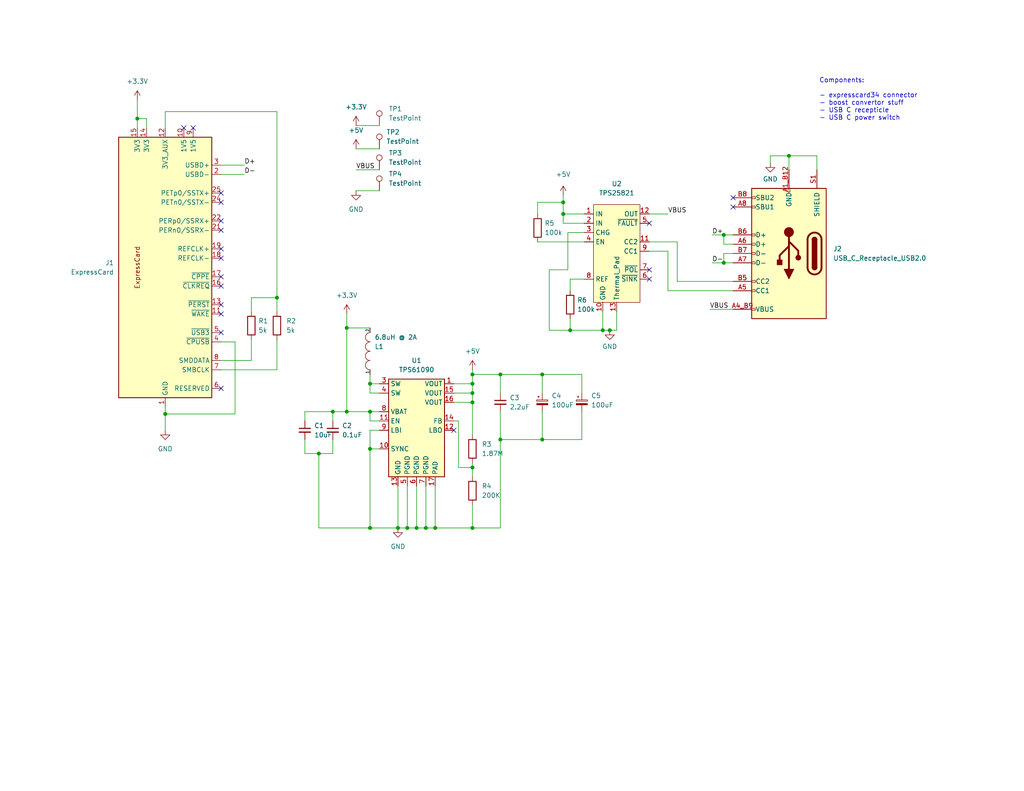
<source format=kicad_sch>
(kicad_sch (version 20211123) (generator eeschema)
  (paper "USLetter")
  (title_block (title "ExpressCard to USB-C") (rev "R1"))
  (lib_symbols
    (symbol "Connector:ExpressCard"
      (property "Reference" "J" (at 11.43 36.83 0))
      (property "Value" "ExpressCard" (at 7.62 -36.83 0))
      (symbol "ExpressCard_0_0"
        (text "ExpressCard" (at -7.62 0 900) (effects (font (size 1.27 1.27))))
      )
      (symbol "ExpressCard_0_1"
        (rectangle (start -12.7 35.56) (end 12.7 -35.56) (stroke (width 0.254)) (fill (type background)))
      )
      (symbol "ExpressCard_1_1"
        (pin power_out line (at 0 -38.1 90) (length 2.54) (name "GND") (number "1"))
        (pin power_out line (at 5.08 38.1 270) (length 2.54) (name "1V5") (number "10"))
        (pin input line (at 15.24 -12.7 180) (length 2.54) (name "~{WAKE}") (number "11"))
        (pin power_out line (at 0 38.1 270) (length 2.54) (name "3V3_AUX") (number "12"))
        (pin output line (at 15.24 -10.16 180) (length 2.54) (name "~{PERST}") (number "13"))
        (pin power_out line (at -5.08 38.1 270) (length 2.54) (name "3V3") (number "14"))
        (pin power_out line (at -7.62 38.1 270) (length 2.54) (name "3V3") (number "15"))
        (pin input line (at 15.24 -5.08 180) (length 2.54) (name "~{CLKREQ}") (number "16"))
        (pin input line (at 15.24 -2.54 180) (length 2.54) (name "~{CPPE}") (number "17"))
        (pin output line (at 15.24 2.54 180) (length 2.54) (name "REFCLK-") (number "18"))
        (pin output line (at 15.24 5.08 180) (length 2.54) (name "REFCLK+") (number "19"))
        (pin bidirectional line (at 15.24 25.4 180) (length 2.54) (name "USBD-") (number "2"))
        (pin passive line (at 0 -38.1 90) (length 2.54) hide (name "GND") (number "20"))
        (pin input line (at 15.24 10.16 180) (length 2.54) (name "PERn0/SSRX-") (number "21"))
        (pin input line (at 15.24 12.7 180) (length 2.54) (name "PERp0/SSRX+") (number "22"))
        (pin passive line (at 0 -38.1 90) (length 2.54) hide (name "GND") (number "23"))
        (pin output line (at 15.24 17.78 180) (length 2.54) (name "PETn0/SSTX-") (number "24"))
        (pin output line (at 15.24 20.32 180) (length 2.54) (name "PETp0/SSTX+") (number "25"))
        (pin passive line (at 0 -38.1 90) (length 2.54) hide (name "GND") (number "26"))
        (pin bidirectional line (at 15.24 27.94 180) (length 2.54) (name "USBD+") (number "3"))
        (pin input line (at 15.24 -20.32 180) (length 2.54) (name "~{CPUSB}") (number "4"))
        (pin bidirectional line (at 15.24 -17.78 180) (length 2.54) (name "~{USB3}") (number "5"))
        (pin passive line (at 15.24 -33.02 180) (length 2.54) (name "RESERVED") (number "6"))
        (pin output line (at 15.24 -27.94 180) (length 2.54) (name "SMBCLK") (number "7"))
        (pin bidirectional line (at 15.24 -25.4 180) (length 2.54) (name "SMDDATA") (number "8"))
        (pin power_out line (at 7.62 38.1 270) (length 2.54) (name "1V5") (number "9"))
      )
    )
    (symbol "Connector:TestPoint" (pin_numbers hide) (pin_names (offset 0.762) hide)
      (property "Reference" "TP" (at 0 6.858 0))
      (property "Value" "TestPoint" (at 0 5.08 0))
      (symbol "TestPoint_0_1"
        (circle (center 0 3.302) (radius 0.762))
      )
      (symbol "TestPoint_1_1"
        (pin passive line (at 0 0 90) (length 2.54) (name "1") (number "1"))
      )
    )
    (symbol "Connector:USB_C_Receptacle_USB2.0" (pin_names (offset 1.016))
      (property "Reference" "J2" (at -12.065 -1.2701 0))
      (property "Value" "USB_C_Receptacle_USB2.0" (at -12.065 1.2699 0))
      (symbol "USB_C_Receptacle_USB2.0_0_0"
        (rectangle (start -0.254 -17.78) (end 0.254 -16.764))
        (rectangle (start 10.16 -14.986) (end 9.144 -15.494))
        (rectangle (start 10.16 -12.446) (end 9.144 -12.954))
        (rectangle (start 10.16 -4.826) (end 9.144 -5.334))
        (rectangle (start 10.16 -2.286) (end 9.144 -2.794))
        (rectangle (start 10.16 0.254) (end 9.144 -0.254))
        (rectangle (start 10.16 2.794) (end 9.144 2.286))
        (rectangle (start 10.16 7.874) (end 9.144 7.366))
        (rectangle (start 10.16 10.414) (end 9.144 9.906))
        (rectangle (start 10.16 15.494) (end 9.144 14.986))
      )
      (symbol "USB_C_Receptacle_USB2.0_0_1"
        (rectangle (start -10.16 17.78) (end 10.16 -17.78) (stroke (width 0.254)) (fill (type background)))
        (arc (start -8.89 -3.81) (mid -6.985 -5.715) (end -5.08 -3.81) (stroke (width 0.508)))
        (arc (start -7.62 -3.81) (mid -6.985 -4.445) (end -6.35 -3.81) (stroke (width 0.254)))
        (arc (start -7.62 -3.81) (mid -6.985 -4.445) (end -6.35 -3.81) (stroke (width 0.254)) (fill (type outline)))
        (rectangle (start -7.62 -3.81) (end -6.35 3.81) (stroke (width 0.254)) (fill (type outline)))
        (arc (start -6.35 3.81) (mid -6.985 4.445) (end -7.62 3.81) (stroke (width 0.254)))
        (arc (start -6.35 3.81) (mid -6.985 4.445) (end -7.62 3.81) (stroke (width 0.254)) (fill (type outline)))
        (arc (start -5.08 3.81) (mid -6.985 5.715) (end -8.89 3.81) (stroke (width 0.508)))
        (circle (center -2.54 1.143) (radius 0.635) (stroke (width 0.254)) (fill (type outline)))
        (circle (center 0 -5.842) (radius 1.27) (fill (type outline)))
        (polyline (pts (xy -8.89 -3.81) (xy -8.89 3.81)) (stroke (width 0.508)))
        (polyline (pts (xy -5.08 3.81) (xy -5.08 -3.81)) (stroke (width 0.508)))
        (polyline (pts (xy 0 -5.842) (xy 0 4.318)) (stroke (width 0.508)))
        (polyline (pts (xy 0 -3.302) (xy -2.54 -0.762) (xy -2.54 0.508)) (stroke (width 0.508)))
        (polyline (pts (xy 0 -2.032) (xy 2.54 0.508) (xy 2.54 1.778)) (stroke (width 0.508)))
        (polyline (pts (xy -1.27 4.318) (xy 0 6.858) (xy 1.27 4.318) (xy -1.27 4.318)) (stroke (width 0.254)) (fill (type outline)))
        (rectangle (start 1.905 1.778) (end 3.175 3.048) (stroke (width 0.254)) (fill (type outline)))
      )
      (symbol "USB_C_Receptacle_USB2.0_1_1"
        (pin passive line (at 0 -22.86 90) (length 5.08) (name "GND") (number "A1_B12"))
        (pin passive line (at 15.24 15.24 180) (length 5.08) (name "VBUS") (number "A4_B9"))
        (pin bidirectional line (at 15.24 10.16 180) (length 5.08) (name "CC1") (number "A5"))
        (pin bidirectional line (at 15.24 -2.54 180) (length 5.08) (name "D+") (number "A6"))
        (pin bidirectional line (at 15.24 2.54 180) (length 5.08) (name "D-") (number "A7"))
        (pin bidirectional line (at 15.24 -12.7 180) (length 5.08) (name "SBU1") (number "A8"))
        (pin passive line (at 0 -22.86 90) (length 5.08) hide (name "GND") (number "B1_A12"))
        (pin passive line (at 15.24 15.24 180) (length 5.08) hide (name "VBUS") (number "B4_A9"))
        (pin bidirectional line (at 15.24 7.62 180) (length 5.08) (name "CC2") (number "B5"))
        (pin bidirectional line (at 15.24 -5.08 180) (length 5.08) (name "D+") (number "B6"))
        (pin bidirectional line (at 15.24 0 180) (length 5.08) (name "D-") (number "B7"))
        (pin bidirectional line (at 15.24 -15.24 180) (length 5.08) (name "SBU2") (number "B8"))
        (pin passive line (at -7.62 -22.86 90) (length 5.08) (name "SHIELD") (number "S1"))
      )
    )
    (symbol "Device:C_Polarized_Small" (pin_numbers hide) (pin_names (offset 0.254) hide)
      (property "Reference" "C" (at 0.254 1.778 0))
      (property "Value" "C_Polarized_Small" (at 0.254 -2.032 0))
      (symbol "C_Polarized_Small_0_1"
        (rectangle (start -1.524 -0.3048) (end 1.524 -0.6858) (fill (type outline)))
        (rectangle (start -1.524 0.6858) (end 1.524 0.3048))
        (polyline (pts (xy -1.27 1.524) (xy -0.762 1.524)))
        (polyline (pts (xy -1.016 1.27) (xy -1.016 1.778)))
      )
      (symbol "C_Polarized_Small_1_1"
        (pin passive line (at 0 2.54 270) (length 1.8542) (name "~") (number "1"))
        (pin passive line (at 0 -2.54 90) (length 1.8542) (name "~") (number "2"))
      )
    )
    (symbol "Device:C_Small" (pin_numbers hide) (pin_names (offset 0.254) hide)
      (property "Reference" "C" (at 0.254 1.778 0))
      (property "Value" "C_Small" (at 0.254 -2.032 0))
      (symbol "C_Small_0_1"
        (polyline (pts (xy -1.524 -0.508) (xy 1.524 -0.508)) (stroke (width 0.3302)))
        (polyline (pts (xy -1.524 0.508) (xy 1.524 0.508)) (stroke (width 0.3048)))
      )
      (symbol "C_Small_1_1"
        (pin passive line (at 0 2.54 270) (length 2.032) (name "~") (number "1"))
        (pin passive line (at 0 -2.54 90) (length 2.032) (name "~") (number "2"))
      )
    )
    (symbol "Device:R" (pin_numbers hide) (pin_names (offset 0))
      (property "Reference" "R" (at 2.032 0 90))
      (property "Value" "R" (at 0 0 90))
      (symbol "R_0_1"
        (rectangle (start -1.016 -2.54) (end 1.016 2.54) (stroke (width 0.254)))
      )
      (symbol "R_1_1"
        (pin passive line (at 0 3.81 270) (length 1.27) (name "~") (number "1"))
        (pin passive line (at 0 -3.81 90) (length 1.27) (name "~") (number "2"))
      )
    )
    (symbol "Regulator_Switching:TPS61090"
      (property "Reference" "U" (at -7.62 15.24 0))
      (property "Value" "TPS61090" (at 1.27 15.24 0))
      (symbol "TPS61090_0_0"
        (pin power_out line (at 10.16 12.7 180) (length 2.54) (name "VOUT") (number "1"))
        (pin input line (at -10.16 -5.08 0) (length 2.54) (name "SYNC") (number "10"))
        (pin input line (at -10.16 2.54 0) (length 2.54) (name "EN") (number "11"))
        (pin open_collector line (at 10.16 0 180) (length 2.54) (name "LBO") (number "12"))
        (pin power_in line (at -5.08 -15.24 90) (length 2.54) (name "GND") (number "13"))
        (pin input line (at 10.16 2.54 180) (length 2.54) (name "FB") (number "14"))
        (pin passive line (at 10.16 10.16 180) (length 2.54) (name "VOUT") (number "15"))
        (pin passive line (at 10.16 7.62 180) (length 2.54) (name "VOUT") (number "16"))
        (pin power_in line (at 5.08 -15.24 90) (length 2.54) (name "PAD") (number "17"))
        (pin no_connect line (at 10.16 -5.08 180) (length 2.54) hide (name "NC") (number "2"))
        (pin passive line (at -10.16 12.7 0) (length 2.54) (name "SW") (number "3"))
        (pin passive line (at -10.16 10.16 0) (length 2.54) (name "SW") (number "4"))
        (pin power_in line (at -2.54 -15.24 90) (length 2.54) (name "PGND") (number "5"))
        (pin power_in line (at 0 -15.24 90) (length 2.54) (name "PGND") (number "6"))
        (pin power_in line (at 2.54 -15.24 90) (length 2.54) (name "PGND") (number "7"))
        (pin power_in line (at -10.16 5.08 0) (length 2.54) (name "VBAT") (number "8"))
        (pin input line (at -10.16 0 0) (length 2.54) (name "LBI") (number "9"))
      )
      (symbol "TPS61090_0_1"
        (rectangle (start -7.62 13.97) (end 7.62 -12.7) (stroke (width 0.254)) (fill (type background)))
      )
    )
    (symbol "power:+3.3V" (power) (pin_names (offset 0))
      (property "Value" "+3.3V" (at 0 3.556 0))
      (symbol "+3.3V_0_1"
        (polyline (pts (xy -0.762 1.27) (xy 0 2.54)))
        (polyline (pts (xy 0 0) (xy 0 2.54)))
        (polyline (pts (xy 0 2.54) (xy 0.762 1.27)))
      )
      (symbol "+3.3V_1_1"
        (pin power_in line (at 0 0 90) (length 0) hide (name "+3.3V") (number "1"))
      )
    )
    (symbol "power:+5V" (power) (pin_names (offset 0))
      (property "Value" "+5V" (at 0 3.556 0))
      (symbol "+5V_0_1"
        (polyline (pts (xy -0.762 1.27) (xy 0 2.54)))
        (polyline (pts (xy 0 0) (xy 0 2.54)))
        (polyline (pts (xy 0 2.54) (xy 0.762 1.27)))
      )
      (symbol "+5V_1_1"
        (pin power_in line (at 0 0 90) (length 0) hide (name "+5V") (number "1"))
      )
    )
    (symbol "power:GND" (power) (pin_names (offset 0))
      (property "Value" "GND" (at 0 -3.81 0))
      (symbol "GND_0_1"
        (polyline (pts (xy 0 0) (xy 0 -1.27) (xy 1.27 -1.27) (xy 0 -2.54) (xy -1.27 -1.27) (xy 0 -1.27)))
      )
      (symbol "GND_1_1"
        (pin power_in line (at 0 0 270) (length 0) hide (name "GND") (number "1"))
      )
    )
    (symbol "pspice:INDUCTOR" (pin_numbers hide) (pin_names (offset 0))
      (property "Reference" "L" (at 0 2.54 0))
      (property "Value" "INDUCTOR" (at 0 -1.27 0))
      (symbol "INDUCTOR_0_1"
        (arc (start -2.54 0) (mid -3.81 1.27) (end -5.08 0))
        (arc (start 0 0) (mid -1.27 1.27) (end -2.54 0))
        (arc (start 2.54 0) (mid 1.27 1.27) (end 0 0))
        (arc (start 5.08 0) (mid 3.81 1.27) (end 2.54 0))
      )
      (symbol "INDUCTOR_1_1"
        (pin input line (at -6.35 0 0) (length 1.27) (name "1") (number "1"))
        (pin input line (at 6.35 0 180) (length 1.27) (name "2") (number "2"))
      )
    )
    (symbol "tahnok:TPS25821"
      (property "Reference" "U" (at 0 15.24 0))
      (property "Value" "TPS25821" (at 0 12.7 0))
      (symbol "TPS25821_0_1"
        (rectangle (start -6.35 11.43) (end 6.35 -15.24) (fill (type background)))
      )
      (symbol "TPS25821_1_1"
        (pin input line (at -8.89 8.89 0) (length 2.54) (name "IN") (number "1"))
        (pin input line (at -3.81 -17.78 90) (length 2.54) (name "GND") (number "10"))
        (pin bidirectional line (at 8.89 1.27 180) (length 2.54) (name "CC2") (number "11"))
        (pin output line (at 8.89 8.89 180) (length 2.54) (name "OUT") (number "12"))
        (pin input line (at 0 -17.78 90) (length 2.54) (name "Thermal_Pad") (number "13"))
        (pin input line (at -8.89 6.35 0) (length 2.54) (name "IN") (number "2"))
        (pin input line (at -8.89 3.81 0) (length 2.54) (name "CHG") (number "3"))
        (pin input line (at -8.89 1.27 0) (length 2.54) (name "EN") (number "4"))
        (pin output line (at 8.89 6.35 180) (length 2.54) (name "~{FAULT}") (number "5"))
        (pin output line (at 8.89 -8.89 180) (length 2.54) (name "~{SINK}") (number "6"))
        (pin output line (at 8.89 -6.35 180) (length 2.54) (name "~{POL}") (number "7"))
        (pin input line (at -8.89 -8.89 0) (length 2.54) (name "REF") (number "8"))
        (pin bidirectional line (at 8.89 -1.27 180) (length 2.54) (name "CC1") (number "9"))
      )
    )
  )
  (junction (at 45.085 113.03))
  (junction (at 197.485 71.755))
  (junction (at 136.525 120.015))
  (junction (at 128.905 107.315))
  (junction (at 166.37 90.17))
  (junction (at 90.805 112.395))
  (junction (at 153.67 58.42))
  (junction (at 128.905 109.855))
  (junction (at 100.965 122.555))
  (junction (at 118.745 144.145))
  (junction (at 215.265 42.545))
  (junction (at 37.465 32.385))
  (junction (at 86.995 123.825))
  (junction (at 197.485 64.135))
  (junction (at 147.955 120.015))
  (junction (at 128.905 127.635))
  (junction (at 100.965 104.775))
  (junction (at 94.615 89.535))
  (junction (at 128.905 104.775))
  (junction (at 164.465 90.17))
  (junction (at 94.615 112.395))
  (junction (at 136.525 102.235))
  (junction (at 100.965 112.395))
  (junction (at 75.565 81.28))
  (junction (at 128.905 144.145))
  (junction (at 116.205 144.145))
  (junction (at 155.575 90.17))
  (junction (at 153.67 55.245))
  (junction (at 128.905 102.235))
  (junction (at 100.965 144.145))
  (junction (at 108.585 144.145))
  (junction (at 111.125 144.145))
  (junction (at 147.955 102.235))
  (junction (at 113.665 144.145))
  (no_connect (at 60.325 70.485))
  (no_connect (at 60.325 67.945))
  (no_connect (at 60.325 85.725))
  (no_connect (at 60.325 106.045))
  (no_connect (at 60.325 90.805))
  (no_connect (at 60.325 62.865))
  (no_connect (at 200.025 53.975))
  (no_connect (at 60.325 55.245))
  (no_connect (at 60.325 78.105))
  (no_connect (at 60.325 60.325))
  (no_connect (at 60.325 83.185))
  (no_connect (at 177.165 73.66))
  (no_connect (at 60.325 75.565))
  (no_connect (at 123.825 117.475))
  (no_connect (at 50.165 34.925))
  (no_connect (at 200.025 56.515))
  (no_connect (at 177.165 60.96))
  (no_connect (at 177.165 76.2))
  (no_connect (at 52.705 34.925))
  (no_connect (at 60.325 52.705))
  (wire (pts (xy 177.165 58.42) (xy 182.245 58.42)))
  (wire (pts (xy 128.905 104.775) (xy 128.905 102.235)))
  (wire (pts (xy 37.465 32.385) (xy 40.005 32.385)))
  (wire (pts (xy 149.86 73.66) (xy 149.86 90.17)))
  (wire (pts (xy 90.805 112.395) (xy 90.805 114.935)))
  (wire (pts (xy 147.955 112.395) (xy 147.955 120.015)))
  (wire (pts (xy 64.135 113.03) (xy 45.085 113.03)))
  (wire (pts (xy 37.465 34.925) (xy 37.465 32.385)))
  (wire (pts (xy 200.025 69.215) (xy 197.485 69.215)))
  (wire (pts (xy 94.615 85.725) (xy 94.615 89.535)))
  (wire (pts (xy 193.675 84.455) (xy 200.025 84.455)))
  (wire (pts (xy 200.025 66.675) (xy 197.485 66.675)))
  (wire (pts (xy 103.505 107.315) (xy 100.965 107.315)))
  (wire (pts (xy 197.485 64.135) (xy 200.025 64.135)))
  (wire (pts (xy 60.325 100.965) (xy 75.565 100.965)))
  (wire (pts (xy 86.995 123.825) (xy 90.805 123.825)))
  (wire (pts (xy 97.155 34.29) (xy 103.505 34.29)))
  (wire (pts (xy 146.685 58.42) (xy 146.685 55.245)))
  (wire (pts (xy 128.905 107.315) (xy 128.905 104.775)))
  (wire (pts (xy 83.185 120.015) (xy 83.185 123.825)))
  (wire (pts (xy 45.085 30.48) (xy 75.565 30.48)))
  (wire (pts (xy 118.745 132.715) (xy 118.745 144.145)))
  (wire (pts (xy 147.955 120.015) (xy 136.525 120.015)))
  (wire (pts (xy 100.965 104.775) (xy 100.965 102.235)))
  (wire (pts (xy 103.505 104.775) (xy 100.965 104.775)))
  (wire (pts (xy 128.905 107.315) (xy 128.905 109.855)))
  (wire (pts (xy 68.58 81.28) (xy 75.565 81.28)))
  (wire (pts (xy 182.245 79.375) (xy 200.025 79.375)))
  (wire (pts (xy 215.265 42.545) (xy 222.885 42.545)))
  (wire (pts (xy 159.385 63.5) (xy 154.94 63.5)))
  (wire (pts (xy 103.505 117.475) (xy 100.965 117.475)))
  (wire (pts (xy 197.485 66.675) (xy 197.485 64.135)))
  (wire (pts (xy 116.205 144.145) (xy 113.665 144.145)))
  (wire (pts (xy 68.58 85.09) (xy 68.58 81.28)))
  (wire (pts (xy 164.465 85.09) (xy 164.465 90.17)))
  (wire (pts (xy 153.67 55.245) (xy 153.67 58.42)))
  (wire (pts (xy 159.385 60.96) (xy 153.67 60.96)))
  (wire (pts (xy 128.905 144.145) (xy 118.745 144.145)))
  (wire (pts (xy 136.525 112.395) (xy 136.525 120.015)))
  (wire (pts (xy 45.085 34.925) (xy 45.085 30.48)))
  (wire (pts (xy 153.67 53.34) (xy 153.67 55.245)))
  (wire (pts (xy 128.905 127.635) (xy 128.905 130.175)))
  (wire (pts (xy 60.325 93.345) (xy 64.135 93.345)))
  (wire (pts (xy 128.905 102.235) (xy 128.905 100.965)))
  (wire (pts (xy 215.265 42.545) (xy 210.185 42.545)))
  (wire (pts (xy 194.31 64.135) (xy 197.485 64.135)))
  (wire (pts (xy 146.685 55.245) (xy 153.67 55.245)))
  (wire (pts (xy 60.325 98.425) (xy 68.58 98.425)))
  (wire (pts (xy 184.785 66.04) (xy 184.785 76.835)))
  (wire (pts (xy 155.575 86.995) (xy 155.575 90.17)))
  (wire (pts (xy 177.165 68.58) (xy 182.245 68.58)))
  (wire (pts (xy 116.205 132.715) (xy 116.205 144.145)))
  (wire (pts (xy 90.805 123.825) (xy 90.805 120.015)))
  (wire (pts (xy 197.485 71.755) (xy 200.025 71.755)))
  (wire (pts (xy 194.31 71.755) (xy 197.485 71.755)))
  (wire (pts (xy 123.825 104.775) (xy 128.905 104.775)))
  (wire (pts (xy 86.995 123.825) (xy 86.995 144.145)))
  (wire (pts (xy 136.525 144.145) (xy 128.905 144.145)))
  (wire (pts (xy 97.155 52.07) (xy 103.505 52.07)))
  (wire (pts (xy 118.745 144.145) (xy 116.205 144.145)))
  (wire (pts (xy 94.615 112.395) (xy 100.965 112.395)))
  (wire (pts (xy 128.905 102.235) (xy 136.525 102.235)))
  (wire (pts (xy 182.245 68.58) (xy 182.245 79.375)))
  (wire (pts (xy 128.905 127.635) (xy 128.905 126.365)))
  (wire (pts (xy 75.565 30.48) (xy 75.565 81.28)))
  (wire (pts (xy 164.465 90.17) (xy 166.37 90.17)))
  (wire (pts (xy 45.085 113.03) (xy 45.085 117.475)))
  (wire (pts (xy 210.185 42.545) (xy 210.185 44.45)))
  (wire (pts (xy 100.965 114.935) (xy 100.965 112.395)))
  (wire (pts (xy 90.805 112.395) (xy 83.185 112.395)))
  (wire (pts (xy 100.965 117.475) (xy 100.965 122.555)))
  (wire (pts (xy 75.565 100.965) (xy 75.565 92.71)))
  (wire (pts (xy 113.665 144.145) (xy 111.125 144.145)))
  (wire (pts (xy 128.905 137.795) (xy 128.905 144.145)))
  (wire (pts (xy 177.165 66.04) (xy 184.785 66.04)))
  (wire (pts (xy 184.785 76.835) (xy 200.025 76.835)))
  (wire (pts (xy 153.67 60.96) (xy 153.67 58.42)))
  (wire (pts (xy 158.75 112.395) (xy 158.75 120.015)))
  (wire (pts (xy 123.825 114.935) (xy 125.095 114.935)))
  (wire (pts (xy 125.095 127.635) (xy 128.905 127.635)))
  (wire (pts (xy 100.965 144.145) (xy 108.585 144.145)))
  (wire (pts (xy 60.325 47.625) (xy 66.675 47.625)))
  (wire (pts (xy 153.67 58.42) (xy 159.385 58.42)))
  (wire (pts (xy 97.155 40.64) (xy 103.505 40.64)))
  (wire (pts (xy 100.965 122.555) (xy 100.965 144.145)))
  (wire (pts (xy 108.585 132.715) (xy 108.585 144.145)))
  (wire (pts (xy 159.385 76.2) (xy 155.575 76.2)))
  (wire (pts (xy 154.94 63.5) (xy 154.94 73.66)))
  (wire (pts (xy 75.565 81.28) (xy 75.565 85.09)))
  (wire (pts (xy 68.58 92.71) (xy 68.58 98.425)))
  (wire (pts (xy 123.825 109.855) (xy 128.905 109.855)))
  (wire (pts (xy 37.465 27.305) (xy 37.465 32.385)))
  (wire (pts (xy 149.86 90.17) (xy 155.575 90.17)))
  (wire (pts (xy 97.155 46.355) (xy 103.505 46.355)))
  (wire (pts (xy 125.095 114.935) (xy 125.095 127.635)))
  (wire (pts (xy 147.955 102.235) (xy 158.75 102.235)))
  (wire (pts (xy 111.125 132.715) (xy 111.125 144.145)))
  (wire (pts (xy 103.505 122.555) (xy 100.965 122.555)))
  (wire (pts (xy 146.685 66.04) (xy 159.385 66.04)))
  (wire (pts (xy 83.185 123.825) (xy 86.995 123.825)))
  (wire (pts (xy 154.94 73.66) (xy 149.86 73.66)))
  (wire (pts (xy 136.525 102.235) (xy 147.955 102.235)))
  (wire (pts (xy 155.575 76.2) (xy 155.575 79.375)))
  (wire (pts (xy 60.325 45.085) (xy 66.675 45.085)))
  (wire (pts (xy 222.885 46.355) (xy 222.885 42.545)))
  (wire (pts (xy 123.825 107.315) (xy 128.905 107.315)))
  (wire (pts (xy 147.955 102.235) (xy 147.955 107.315)))
  (wire (pts (xy 136.525 120.015) (xy 136.525 144.145)))
  (wire (pts (xy 128.905 109.855) (xy 128.905 118.745)))
  (wire (pts (xy 197.485 69.215) (xy 197.485 71.755)))
  (wire (pts (xy 168.275 90.17) (xy 168.275 85.09)))
  (wire (pts (xy 155.575 90.17) (xy 164.465 90.17)))
  (wire (pts (xy 100.965 89.535) (xy 94.615 89.535)))
  (wire (pts (xy 94.615 112.395) (xy 90.805 112.395)))
  (wire (pts (xy 166.37 90.17) (xy 168.275 90.17)))
  (wire (pts (xy 86.995 144.145) (xy 100.965 144.145)))
  (wire (pts (xy 100.965 107.315) (xy 100.965 104.775)))
  (wire (pts (xy 158.75 102.235) (xy 158.75 107.315)))
  (wire (pts (xy 136.525 102.235) (xy 136.525 107.315)))
  (wire (pts (xy 215.265 46.355) (xy 215.265 42.545)))
  (wire (pts (xy 113.665 132.715) (xy 113.665 144.145)))
  (wire (pts (xy 100.965 112.395) (xy 103.505 112.395)))
  (wire (pts (xy 45.085 111.125) (xy 45.085 113.03)))
  (wire (pts (xy 40.005 32.385) (xy 40.005 34.925)))
  (wire (pts (xy 64.135 93.345) (xy 64.135 113.03)))
  (wire (pts (xy 158.75 120.015) (xy 147.955 120.015)))
  (wire (pts (xy 94.615 89.535) (xy 94.615 112.395)))
  (wire (pts (xy 83.185 112.395) (xy 83.185 114.935)))
  (wire (pts (xy 111.125 144.145) (xy 108.585 144.145)))
  (wire (pts (xy 103.505 114.935) (xy 100.965 114.935)))
  (text "Components:\n\n- expresscard34 connector\n- boost convertor stuff\n- USB C recepticle\n- USB C power switch" (at 223.52 33.02 0) (effects (font (size 1.27 1.27)) (justify left bottom)))
  (label "VBUS" (at 182.245 58.42 0))
  (label "VBUS" (at 193.675 84.455 0))
  (label "D+" (at 66.675 45.085 0))
  (label "D-" (at 66.675 47.625 0))
  (label "VBUS" (at 97.155 46.355 0))
  (label "D+" (at 194.31 64.135 0))
  (label "D-" (at 194.31 71.755 0))
  (symbol (lib_id "Connector:ExpressCard") (at 45.085 73.025 0) (unit 1)
    (property "Reference" "J1" (at 31.115 71.7549 0) (effects (justify right)))
    (property "Value" "ExpressCard" (at 31.115 74.2949 0) (effects (justify right)))
    (property "Footprint" "tahnok:ExpressCard_easyeda" (effects hide))
    (property "Datasheet" "https://web.archive.org/web/20180809060653/http://www.usb.org/developers/expresscard/EC_specifications/ExpressCard_2_0_FINAL.pdf" (effects hide))
  )
  (symbol (lib_id "Connector:TestPoint") (at 103.505 46.355 0) (unit 1)
    (property "Reference" "TP3" (at 106.045 41.7829 0) (effects (justify left)))
    (property "Value" "TestPoint" (at 106.045 44.3229 0) (effects (justify left)))
    (property "Footprint" "TestPoint:TestPoint_Pad_D2.0mm" (effects hide))
  )
  (symbol (lib_id "tahnok:TPS25821") (at 168.275 67.31 0) (unit 1)
    (property "Reference" "U2" (at 168.275 50.165 0))
    (property "Value" "TPS25821" (at 168.275 52.705 0))
    (property "Footprint" "tahnok:TPS25821DSSR" (effects hide))
    (property "Datasheet" "https://www.ti.com/lit/ds/symlink/tps25821.pdf?HQS=dis-dk-null-digikeymode-dsf-pf-null-wwe&ts=1709082932230&ref_url=https%253A%252F%252Fwww.ti.com%252Fgeneral%252Fdocs%252Fsuppproductinfo.tsp%253FdistId%253D10%2526gotoUrl%253Dhttps%253A%252F%252Fwww.ti.com%252Flit%252Fgpn%252Ftps25821" (effects hide))
    (property "Digikey" "https://www.digikey.ca/en/products/detail/texas-instruments/TPS25821DSSR/8021095" (effects hide))
  )
  (symbol (lib_id "Connector:TestPoint") (at 103.505 52.07 0) (unit 1)
    (property "Reference" "TP4" (at 106.045 47.4979 0) (effects (justify left)))
    (property "Value" "TestPoint" (at 106.045 50.0379 0) (effects (justify left)))
    (property "Footprint" "TestPoint:TestPoint_Pad_D2.0mm" (effects hide))
  )
  (symbol (lib_id "power:GND") (at 97.155 52.07 0) (unit 1)
    (property "Reference" "#PWR0101" (effects hide))
    (property "Value" "GND" (at 97.155 57.15 0))
  )
  (symbol (lib_id "power:+3.3V") (at 37.465 27.305 0) (unit 1)
    (property "Reference" "#PWR01" (effects hide))
    (property "Value" "+3.3V" (at 37.465 22.225 0))
  )
  (symbol (lib_id "Device:C_Small") (at 136.525 109.855 0) (unit 1)
    (property "Reference" "C3" (at 139.065 108.5912 0) (effects (justify left)))
    (property "Value" "2.2uF" (at 139.065 111.1312 0) (effects (justify left)))
    (property "Footprint" "Capacitor_SMD:C_0603_1608Metric_Pad1.08x0.95mm_HandSolder" (effects hide))
    (property "Digikey" "https://www.digikey.ca/en/products/detail/samsung-electro-mechanics/CL10A225KO8NNNC/3886698" (effects hide))
  )
  (symbol (lib_id "Connector:USB_C_Receptacle_USB2.0") (at 215.265 69.215 180) (unit 1)
    (property "Reference" "J2" (at 227.33 67.9449 0) (effects (justify right)))
    (property "Value" "USB_C_Receptacle_USB2.0" (at 227.33 70.4849 0) (effects (justify right)))
    (property "Footprint" "tahnok:MOLEX_2169900003_usb_c" (effects hide))
    (property "Datasheet" "https://www.usb.org/sites/default/files/documents/usb_type-c.zip" (effects hide))
    (property "Digikey" "https://www.digikey.ca/en/products/detail/molex/2169900003/13913753" (effects hide))
  )
  (symbol (lib_id "power:+3.3V") (at 97.155 34.29 0) (unit 1)
    (property "Reference" "#PWR0102" (effects hide))
    (property "Value" "+3.3V" (at 97.155 29.21 0))
  )
  (symbol (lib_id "Device:C_Small") (at 83.185 117.475 0) (unit 1)
    (property "Reference" "C1" (at 85.725 116.2112 0) (effects (justify left)))
    (property "Value" "10uF" (at 85.725 118.7512 0) (effects (justify left)))
    (property "Footprint" "Capacitor_SMD:C_0603_1608Metric_Pad1.08x0.95mm_HandSolder" (effects hide))
    (property "Digikey" "https://www.digikey.ca/en/products/detail/samsung-electro-mechanics/CL10A106KQ8NNNC/3886696" (effects hide))
  )
  (symbol (lib_id "Regulator_Switching:TPS61090") (at 113.665 117.475 0) (unit 1)
    (property "Reference" "U1" (at 113.665 98.425 0))
    (property "Value" "TPS61090" (at 113.665 100.965 0))
    (property "Footprint" "Package_DFN_QFN:Texas_S-PVQFN-N16_EP2.7x2.7mm_ThermalVias" (effects hide))
    (property "Datasheet" "http://www.ti.com/lit/ds/symlink/tps61090.pdf" (effects hide))
    (property "Digikey" "https://www.digikey.ca/en/products/detail/texas-instruments/TPS61090RSAR/566911" (effects hide))
  )
  (symbol (lib_id "power:+5V") (at 153.67 53.34 0) (unit 1)
    (property "Reference" "#PWR06" (effects hide))
    (property "Value" "+5V" (at 153.67 47.625 0))
  )
  (symbol (lib_id "Connector:TestPoint") (at 103.505 40.64 0) (unit 1)
    (property "Reference" "TP2" (at 105.41 36.0679 0) (effects (justify left)))
    (property "Value" "TestPoint" (at 105.41 38.6079 0) (effects (justify left)))
    (property "Footprint" "TestPoint:TestPoint_Pad_D2.0mm" (effects hide))
  )
  (symbol (lib_id "Device:R") (at 146.685 62.23 0) (unit 1)
    (property "Reference" "R5" (at 148.59 60.9599 0) (effects (justify left)))
    (property "Value" "100k" (at 148.59 63.4999 0) (effects (justify left)))
    (property "Footprint" "Resistor_SMD:R_0603_1608Metric_Pad0.98x0.95mm_HandSolder" (effects hide))
    (property "Digikey" "https://www.digikey.ca/en/products/detail/yageo/RC0603FR-07100KL/726889" (effects hide))
  )
  (symbol (lib_id "Device:R") (at 128.905 122.555 0) (unit 1)
    (property "Reference" "R3" (at 131.445 121.2849 0) (effects (justify left)))
    (property "Value" "1.87M" (at 131.445 123.8249 0) (effects (justify left)))
    (property "Footprint" "Resistor_SMD:R_0603_1608Metric_Pad0.98x0.95mm_HandSolder" (effects hide))
    (property "Digikey" "https://www.digikey.ca/en/products/detail/stackpole-electronics-inc/RMCF0603FT1M87/1713523" (effects hide))
  )
  (symbol (lib_id "power:GND") (at 210.185 44.45 0) (unit 1)
    (property "Reference" "#PWR08" (effects hide))
    (property "Value" "GND" (at 210.185 48.895 0))
  )
  (symbol (lib_id "Connector:TestPoint") (at 103.505 34.29 0) (unit 1)
    (property "Reference" "TP1" (at 106.045 29.7179 0) (effects (justify left)))
    (property "Value" "TestPoint" (at 106.045 32.2579 0) (effects (justify left)))
    (property "Footprint" "TestPoint:TestPoint_Pad_D2.0mm" (effects hide))
  )
  (symbol (lib_id "power:GND") (at 108.585 144.145 0) (unit 1)
    (property "Reference" "#PWR04" (effects hide))
    (property "Value" "GND" (at 108.585 149.225 0))
  )
  (symbol (lib_id "Device:C_Polarized_Small") (at 147.955 109.855 0) (unit 1)
    (property "Reference" "C4" (at 150.495 108.0388 0) (effects (justify left)))
    (property "Value" "100uF" (at 150.495 110.5788 0) (effects (justify left)))
    (property "Footprint" "Capacitor_Tantalum_SMD:CP_EIA-7343-20_Kemet-V_Pad2.25x2.55mm_HandSolder" (effects hide))
  )
  (symbol (lib_id "power:GND") (at 166.37 90.17 0) (unit 1)
    (property "Reference" "#PWR07" (effects hide))
    (property "Value" "GND" (at 166.37 94.615 0))
  )
  (symbol (lib_id "power:+3.3V") (at 94.615 85.725 0) (unit 1)
    (property "Reference" "#PWR03" (effects hide))
    (property "Value" "+3.3V" (at 94.615 80.645 0))
  )
  (symbol (lib_id "Device:R") (at 128.905 133.985 0) (unit 1)
    (property "Reference" "R4" (at 131.445 132.7149 0) (effects (justify left)))
    (property "Value" "200K" (at 131.445 135.2549 0) (effects (justify left)))
    (property "Footprint" "Resistor_SMD:R_0603_1608Metric_Pad0.98x0.95mm_HandSolder" (effects hide))
    (property "Digikey" "https://www.digikey.ca/en/products/detail/yageo/RC0603FR-07200KL/727044" (effects hide))
  )
  (symbol (lib_id "Device:C_Polarized_Small") (at 158.75 109.855 0) (unit 1)
    (property "Reference" "C5" (at 161.29 108.0388 0) (effects (justify left)))
    (property "Value" "100uF" (at 161.29 110.5788 0) (effects (justify left)))
    (property "Footprint" "Capacitor_Tantalum_SMD:CP_EIA-7343-20_Kemet-V_Pad2.25x2.55mm_HandSolder" (effects hide))
  )
  (symbol (lib_id "power:GND") (at 45.085 117.475 0) (unit 1)
    (property "Reference" "#PWR02" (effects hide))
    (property "Value" "GND" (at 45.085 122.555 0))
  )
  (symbol (lib_id "pspice:INDUCTOR") (at 100.965 95.885 90) (unit 1)
    (property "Reference" "L1" (at 102.235 94.6149 90) (effects (justify right)))
    (property "Value" "6.8uH @ 2A" (at 102.235 92.075 90) (effects (justify right)))
    (property "Footprint" "Inductor_SMD:L_Bourns-SRN8040_8x8.15mm" (effects hide))
  )
  (symbol (lib_id "Device:R") (at 68.58 88.9 0) (unit 1)
    (property "Reference" "R1" (at 70.485 87.6299 0) (effects (justify left)))
    (property "Value" "5k" (at 70.485 90.1699 0) (effects (justify left)))
    (property "Footprint" "Resistor_SMD:R_0603_1608Metric_Pad0.98x0.95mm_HandSolder" (effects hide))
    (property "Digikey" "https://www.digikey.ca/en/products/detail/yageo/RT0603BRE075KL/7708365" (effects hide))
  )
  (symbol (lib_id "Device:R") (at 75.565 88.9 0) (unit 1)
    (property "Reference" "R2" (at 78.105 87.6299 0) (effects (justify left)))
    (property "Value" "5k" (at 78.105 90.1699 0) (effects (justify left)))
    (property "Footprint" "Resistor_SMD:R_0603_1608Metric_Pad0.98x0.95mm_HandSolder" (effects hide))
    (property "Digikey" "https://www.digikey.ca/en/products/detail/yageo/RT0603BRE075KL/7708365" (effects hide))
  )
  (symbol (lib_id "power:+5V") (at 97.155 40.64 0) (unit 1)
    (property "Reference" "#PWR0103" (effects hide))
    (property "Value" "+5V" (at 97.155 35.56 0))
  )
  (symbol (lib_id "Device:R") (at 155.575 83.185 0) (unit 1)
    (property "Reference" "R6" (at 157.48 81.9149 0) (effects (justify left)))
    (property "Value" "100k" (at 157.48 84.4549 0) (effects (justify left)))
    (property "Footprint" "Resistor_SMD:R_0603_1608Metric_Pad0.98x0.95mm_HandSolder" (effects hide))
    (property "Digikey" "https://www.digikey.ca/en/products/detail/yageo/RC0603FR-07100KL/726889" (effects hide))
  )
  (symbol (lib_id "Device:C_Small") (at 90.805 117.475 0) (unit 1)
    (property "Reference" "C2" (at 93.345 116.2112 0) (effects (justify left)))
    (property "Value" "0.1uF" (at 93.345 118.7512 0) (effects (justify left)))
    (property "Footprint" "Capacitor_SMD:C_0603_1608Metric_Pad1.08x0.95mm_HandSolder" (effects hide))
    (property "Digikey" "https://www.digikey.ca/en/products/detail/samsung-electro-mechanics/CL10B104KO8NNNC/3886663" (effects hide))
  )
  (symbol (lib_id "power:+5V") (at 128.905 100.965 0) (unit 1)
    (property "Reference" "#PWR05" (effects hide))
    (property "Value" "+5V" (at 128.905 95.885 0))
  )
)
</source>
